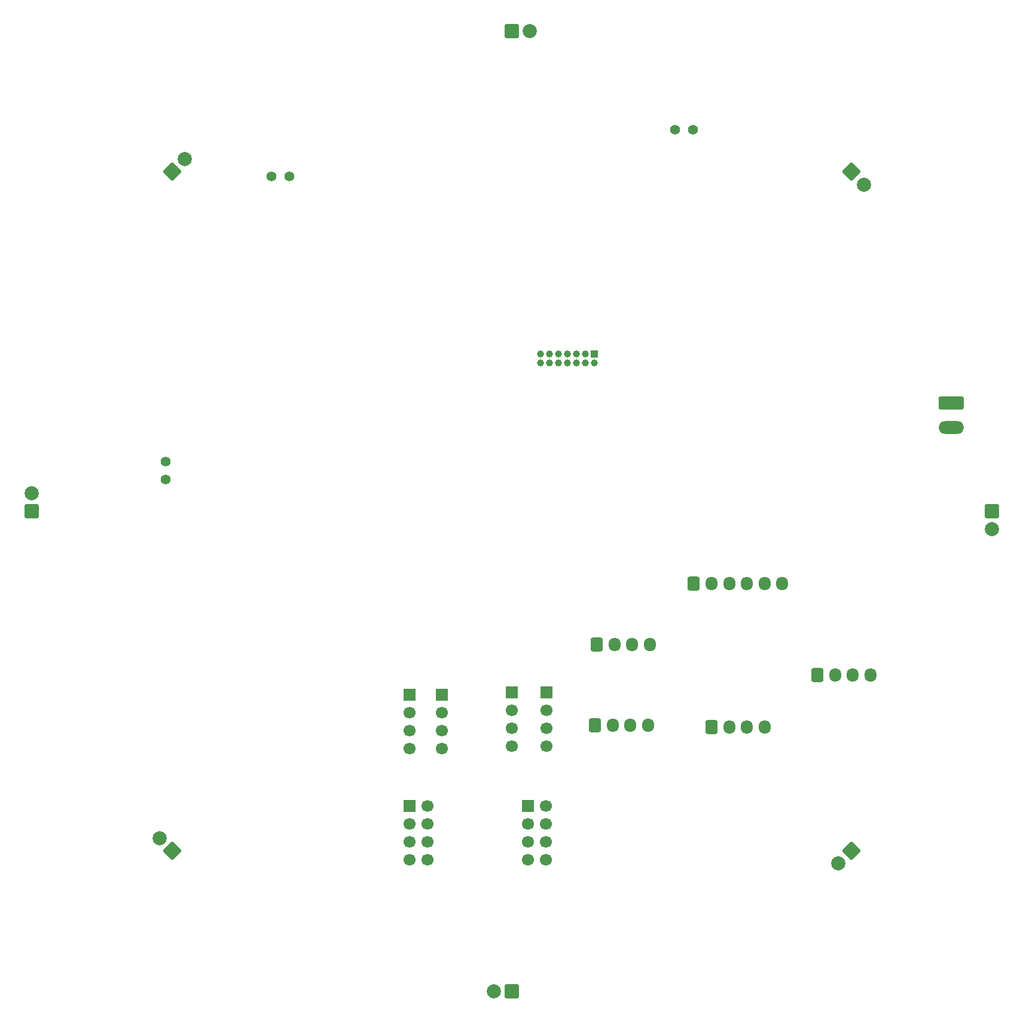
<source format=gbr>
%TF.GenerationSoftware,KiCad,Pcbnew,9.0.6*%
%TF.CreationDate,2026-01-10T22:08:29+01:00*%
%TF.ProjectId,uMule_board,754d756c-655f-4626-9f61-72642e6b6963,rev?*%
%TF.SameCoordinates,Original*%
%TF.FileFunction,Soldermask,Bot*%
%TF.FilePolarity,Negative*%
%FSLAX46Y46*%
G04 Gerber Fmt 4.6, Leading zero omitted, Abs format (unit mm)*
G04 Created by KiCad (PCBNEW 9.0.6) date 2026-01-10 22:08:29*
%MOMM*%
%LPD*%
G01*
G04 APERTURE LIST*
G04 Aperture macros list*
%AMRoundRect*
0 Rectangle with rounded corners*
0 $1 Rounding radius*
0 $2 $3 $4 $5 $6 $7 $8 $9 X,Y pos of 4 corners*
0 Add a 4 corners polygon primitive as box body*
4,1,4,$2,$3,$4,$5,$6,$7,$8,$9,$2,$3,0*
0 Add four circle primitives for the rounded corners*
1,1,$1+$1,$2,$3*
1,1,$1+$1,$4,$5*
1,1,$1+$1,$6,$7*
1,1,$1+$1,$8,$9*
0 Add four rect primitives between the rounded corners*
20,1,$1+$1,$2,$3,$4,$5,0*
20,1,$1+$1,$4,$5,$6,$7,0*
20,1,$1+$1,$6,$7,$8,$9,0*
20,1,$1+$1,$8,$9,$2,$3,0*%
G04 Aperture macros list end*
%ADD10RoundRect,0.250000X-0.600000X-0.725000X0.600000X-0.725000X0.600000X0.725000X-0.600000X0.725000X0*%
%ADD11O,1.700000X1.950000*%
%ADD12RoundRect,0.250000X-0.750000X-0.750000X0.750000X-0.750000X0.750000X0.750000X-0.750000X0.750000X0*%
%ADD13C,2.000000*%
%ADD14R,1.000000X1.000000*%
%ADD15C,1.000000*%
%ADD16RoundRect,0.250000X1.060660X0.000000X0.000000X1.060660X-1.060660X0.000000X0.000000X-1.060660X0*%
%ADD17RoundRect,0.250000X0.750000X-0.750000X0.750000X0.750000X-0.750000X0.750000X-0.750000X-0.750000X0*%
%ADD18R,1.700000X1.700000*%
%ADD19C,1.700000*%
%ADD20RoundRect,0.250000X-1.550000X0.650000X-1.550000X-0.650000X1.550000X-0.650000X1.550000X0.650000X0*%
%ADD21O,3.600000X1.800000*%
%ADD22C,1.400000*%
%ADD23RoundRect,0.250000X0.000000X-1.060660X1.060660X0.000000X0.000000X1.060660X-1.060660X0.000000X0*%
%ADD24RoundRect,0.250000X0.000000X1.060660X-1.060660X0.000000X0.000000X-1.060660X1.060660X0.000000X0*%
%ADD25RoundRect,0.250000X-0.750000X0.750000X-0.750000X-0.750000X0.750000X-0.750000X0.750000X0.750000X0*%
%ADD26RoundRect,0.250000X-1.060660X0.000000X0.000000X-1.060660X1.060660X0.000000X0.000000X1.060660X0*%
%ADD27RoundRect,0.250000X0.750000X0.750000X-0.750000X0.750000X-0.750000X-0.750000X0.750000X-0.750000X0*%
G04 APERTURE END LIST*
D10*
%TO.C,J4*%
X140014000Y-134095000D03*
D11*
X142514000Y-134095000D03*
X145014000Y-134095000D03*
X147514000Y-134095000D03*
%TD*%
D12*
%TO.C,P1*%
X127968893Y-47244000D03*
D13*
X130508893Y-47244000D03*
%TD*%
D14*
%TO.C,J5*%
X139700000Y-92964000D03*
D15*
X139700000Y-94234000D03*
X138430000Y-92964000D03*
X138430000Y-94234000D03*
X137160000Y-92964000D03*
X137160000Y-94234000D03*
X135890000Y-92964000D03*
X135890000Y-94234000D03*
X134620000Y-92964000D03*
X134620000Y-94234000D03*
X133350000Y-92964000D03*
X133350000Y-94234000D03*
X132080000Y-92964000D03*
X132080000Y-94234000D03*
%TD*%
D10*
%TO.C,J6*%
X156270000Y-145779000D03*
D11*
X158770000Y-145779000D03*
X161270000Y-145779000D03*
X163770000Y-145779000D03*
%TD*%
D10*
%TO.C,J7*%
X153770000Y-125459000D03*
D11*
X156270000Y-125459000D03*
X158770000Y-125459000D03*
X161270000Y-125459000D03*
X163770000Y-125459000D03*
X166270000Y-125459000D03*
%TD*%
D16*
%TO.C,P6*%
X79885631Y-163327261D03*
D13*
X78089580Y-161531210D03*
%TD*%
D17*
%TO.C,P7*%
X59968893Y-115244000D03*
D13*
X59968893Y-112704000D03*
%TD*%
D10*
%TO.C,J2*%
X171256000Y-138413000D03*
D11*
X173756000Y-138413000D03*
X176256000Y-138413000D03*
X178756000Y-138413000D03*
%TD*%
D18*
%TO.C,J13*%
X132896518Y-140907880D03*
D19*
X132896518Y-143447880D03*
X132896518Y-145987880D03*
X132896518Y-148527880D03*
%TD*%
D18*
%TO.C,J11*%
X118074000Y-141224000D03*
D19*
X118074000Y-143764000D03*
X118074000Y-146304000D03*
X118074000Y-148844000D03*
%TD*%
D20*
%TO.C,J1*%
X190185027Y-99893544D03*
D21*
X190185027Y-103393544D03*
%TD*%
D22*
%TO.C,JP3*%
X151130000Y-61214000D03*
X153670000Y-61214000D03*
%TD*%
D18*
%TO.C,J10*%
X113484000Y-141224000D03*
D19*
X113484000Y-143764000D03*
X113484000Y-146304000D03*
X113484000Y-148844000D03*
%TD*%
D23*
%TO.C,P8*%
X79885631Y-67160738D03*
D13*
X81681682Y-65364687D03*
%TD*%
D22*
%TO.C,JP1*%
X96520000Y-67818000D03*
X93980000Y-67818000D03*
%TD*%
%TO.C,JP2*%
X78994000Y-108204000D03*
X78994000Y-110744000D03*
%TD*%
D24*
%TO.C,P4*%
X176052154Y-163327261D03*
D13*
X174256103Y-165123312D03*
%TD*%
D18*
%TO.C,J9*%
X130302000Y-156972000D03*
D19*
X132842000Y-156972000D03*
X130302000Y-159512000D03*
X132842000Y-159512000D03*
X130302000Y-162052000D03*
X132842000Y-162052000D03*
X130302000Y-164592000D03*
X132842000Y-164592000D03*
%TD*%
D18*
%TO.C,J8*%
X113538000Y-156972000D03*
D19*
X116078000Y-156972000D03*
X113538000Y-159512000D03*
X116078000Y-159512000D03*
X113538000Y-162052000D03*
X116078000Y-162052000D03*
X113538000Y-164592000D03*
X116078000Y-164592000D03*
%TD*%
D25*
%TO.C,P3*%
X195968893Y-115244000D03*
D13*
X195968893Y-117784000D03*
%TD*%
D18*
%TO.C,J12*%
X128016000Y-140908910D03*
D19*
X128016000Y-143448910D03*
X128016000Y-145988910D03*
X128016000Y-148528910D03*
%TD*%
D26*
%TO.C,P2*%
X176052154Y-67160738D03*
D13*
X177848205Y-68956789D03*
%TD*%
D10*
%TO.C,J3*%
X139760000Y-145508000D03*
D11*
X142260000Y-145508000D03*
X144760000Y-145508000D03*
X147260000Y-145508000D03*
%TD*%
D27*
%TO.C,P5*%
X127968893Y-183244000D03*
D13*
X125428893Y-183244000D03*
%TD*%
M02*

</source>
